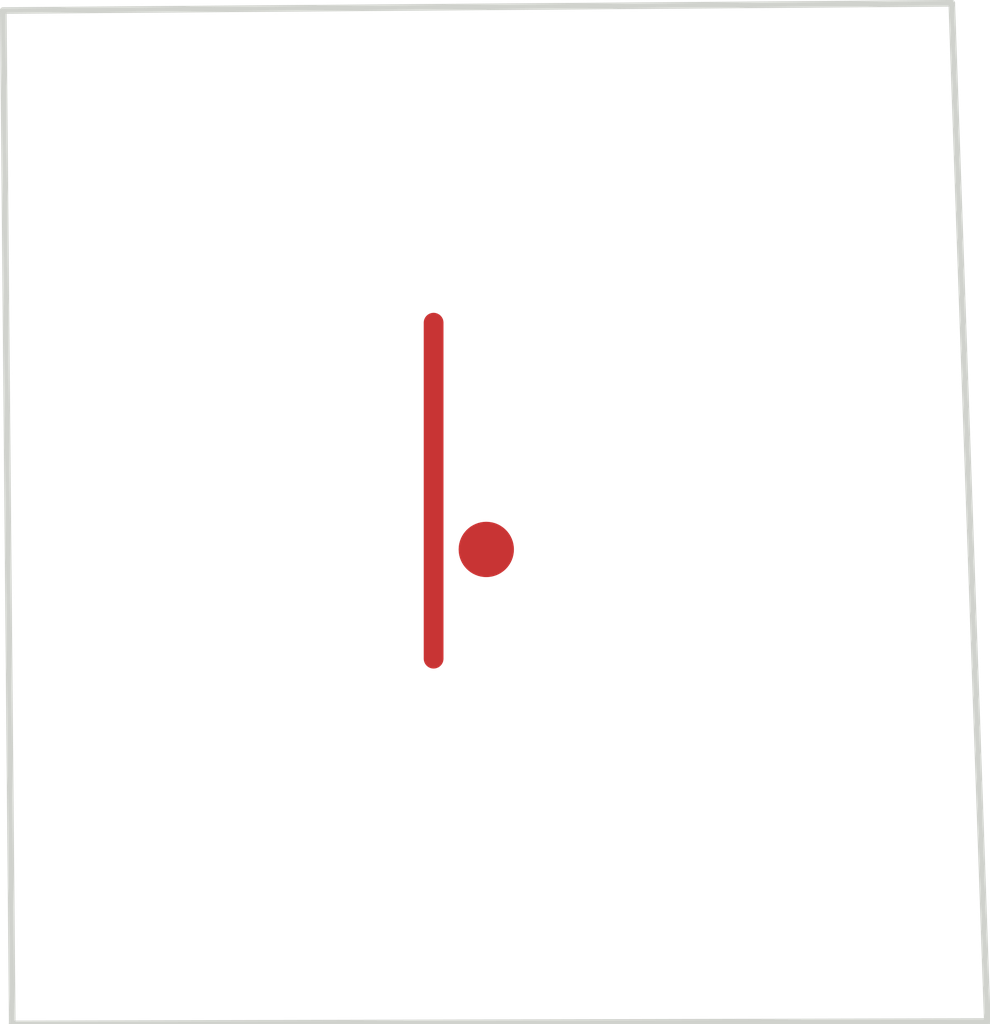
<source format=kicad_pcb>
(kicad_pcb (version 20171130) (host pcbnew 5.1.9-73d0e3b20d~88~ubuntu18.04.1)

  (general
    (thickness 1.6)
    (drawings 4)
    (tracks 2)
    (zones 0)
    (modules 0)
    (nets 3)
  )

  (page A4)
  (layers
    (0 F.Cu signal)
    (1 GND-plane power)
    (2 Signal-1.Cu signal)
    (3 VCC1.Cu power)
    (4 VCC2.Cu power)
    (5 Signal-2.Cu signal)
    (6 VCC3.Cu power)
    (31 B.Cu signal)
    (32 B.Adhes user)
    (33 F.Adhes user)
    (34 B.Paste user)
    (35 F.Paste user)
    (36 B.SilkS user)
    (37 F.SilkS user)
    (38 B.Mask user)
    (39 F.Mask user)
    (40 Dwgs.User user)
    (41 Cmts.User user)
    (42 Eco1.User user)
    (43 Eco2.User user)
    (44 Edge.Cuts user)
    (45 Margin user)
    (46 B.CrtYd user)
    (47 F.CrtYd user)
    (48 B.Fab user hide)
    (49 F.Fab user hide)
  )

  (setup
    (last_trace_width 0.15)
    (user_trace_width 0.12)
    (user_trace_width 0.12)
    (user_trace_width 0.137)
    (user_trace_width 0.15)
    (user_trace_width 0.15)
    (user_trace_width 0.1575)
    (user_trace_width 0.1575)
    (user_trace_width 0.17)
    (user_trace_width 0.2)
    (user_trace_width 0.2)
    (user_trace_width 0.22)
    (user_trace_width 0.23)
    (user_trace_width 0.25)
    (user_trace_width 0.25)
    (user_trace_width 0.28)
    (user_trace_width 0.28)
    (user_trace_width 0.3)
    (user_trace_width 0.3)
    (user_trace_width 0.35)
    (user_trace_width 0.35)
    (user_trace_width 0.4)
    (user_trace_width 0.4)
    (user_trace_width 0.42)
    (user_trace_width 0.48)
    (user_trace_width 0.5)
    (user_trace_width 0.5)
    (user_trace_width 0.52)
    (user_trace_width 0.55)
    (user_trace_width 0.59)
    (user_trace_width 0.59)
    (user_trace_width 0.64)
    (user_trace_width 0.75)
    (user_trace_width 0.8)
    (user_trace_width 0.8)
    (user_trace_width 0.87)
    (user_trace_width 0.87)
    (user_trace_width 0.975)
    (user_trace_width 0.975)
    (user_trace_width 1)
    (user_trace_width 1)
    (user_trace_width 1.5)
    (user_trace_width 1.5)
    (user_trace_width 2)
    (user_trace_width 2)
    (trace_clearance 0.11)
    (zone_clearance 0.14)
    (zone_45_only no)
    (trace_min 0.11)
    (via_size 0.42)
    (via_drill 0.2)
    (via_min_size 0.2)
    (via_min_drill 0.2)
    (user_via 0.48 0.25)
    (user_via 0.52 0.3)
    (user_via 0.635 0.3)
    (user_via 0.635 0.3)
    (user_via 0.65 0.4)
    (user_via 0.72 0.5)
    (user_via 0.75 0.5)
    (user_via 0.8 0.4)
    (user_via 0.8 0.4)
    (user_via 0.85 0.45)
    (user_via 0.85 0.45)
    (user_via 1 0.5)
    (user_via 1 0.5)
    (user_via 1 0.6)
    (user_via 1 0.6)
    (user_via 1.5 0.8)
    (user_via 1.5 0.8)
    (uvia_size 0.3)
    (uvia_drill 0.1)
    (uvias_allowed no)
    (uvia_min_size 0.2)
    (uvia_min_drill 0.1)
    (edge_width 0.05)
    (segment_width 0.2)
    (pcb_text_width 0.3)
    (pcb_text_size 1.5 1.5)
    (mod_edge_width 0.12)
    (mod_text_size 1 1)
    (mod_text_width 0.15)
    (pad_size 0.6 0.6)
    (pad_drill 0.35)
    (pad_to_mask_clearance 0.0635)
    (aux_axis_origin 20 100)
    (grid_origin 0.31 0.38)
    (visible_elements FFFFFF7F)
    (pcbplotparams
      (layerselection 0x310fc_ffffffff)
      (usegerberextensions true)
      (usegerberattributes false)
      (usegerberadvancedattributes false)
      (creategerberjobfile false)
      (excludeedgelayer true)
      (linewidth 0.100000)
      (plotframeref false)
      (viasonmask false)
      (mode 1)
      (useauxorigin true)
      (hpglpennumber 1)
      (hpglpenspeed 20)
      (hpglpendiameter 15.000000)
      (psnegative false)
      (psa4output false)
      (plotreference true)
      (plotvalue false)
      (plotinvisibletext false)
      (padsonsilk false)
      (subtractmaskfromsilk true)
      (outputformat 1)
      (mirror false)
      (drillshape 0)
      (scaleselection 1)
      (outputdirectory "Gerbers/"))
  )

  (net 0 "")
  (net 1 SPI0_CLK)
  (net 2 D6)

  (net_class Default "This is the default net class."
    (clearance 0.11)
    (trace_width 0.15)
    (via_dia 0.42)
    (via_drill 0.2)
    (uvia_dia 0.3)
    (uvia_drill 0.1)
    (diff_pair_width 0.1575)
    (diff_pair_gap 0.11)
    (add_net SPI0_CLK)
  )

  (net_class EBI ""
    (clearance 0.115)
    (trace_width 0.15)
    (via_dia 0.42)
    (via_drill 0.2)
    (uvia_dia 0.3)
    (uvia_drill 0.1)
    (diff_pair_width 0.12)
    (diff_pair_gap 0.16)
    (add_net D6)
  )

  (gr_line (start 96.909 83.316) (end 89.706 83.371) (layer Edge.Cuts) (width 0.05) (tstamp 6063BBE6))
  (gr_line (start 97.179 91.044) (end 96.909 83.316) (layer Edge.Cuts) (width 0.05))
  (gr_line (start 89.774 91.062) (end 97.179 91.044) (layer Edge.Cuts) (width 0.05))
  (gr_line (start 89.706 83.371) (end 89.774 91.062) (layer Edge.Cuts) (width 0.05))

  (segment (start 93.374 87.461) (end 93.374 87.461) (width 0.42) (layer F.Cu) (net 1))
  (segment (start 92.974013 85.740013) (end 92.974013 88.289987) (width 0.15) (layer F.Cu) (net 2))

)

</source>
